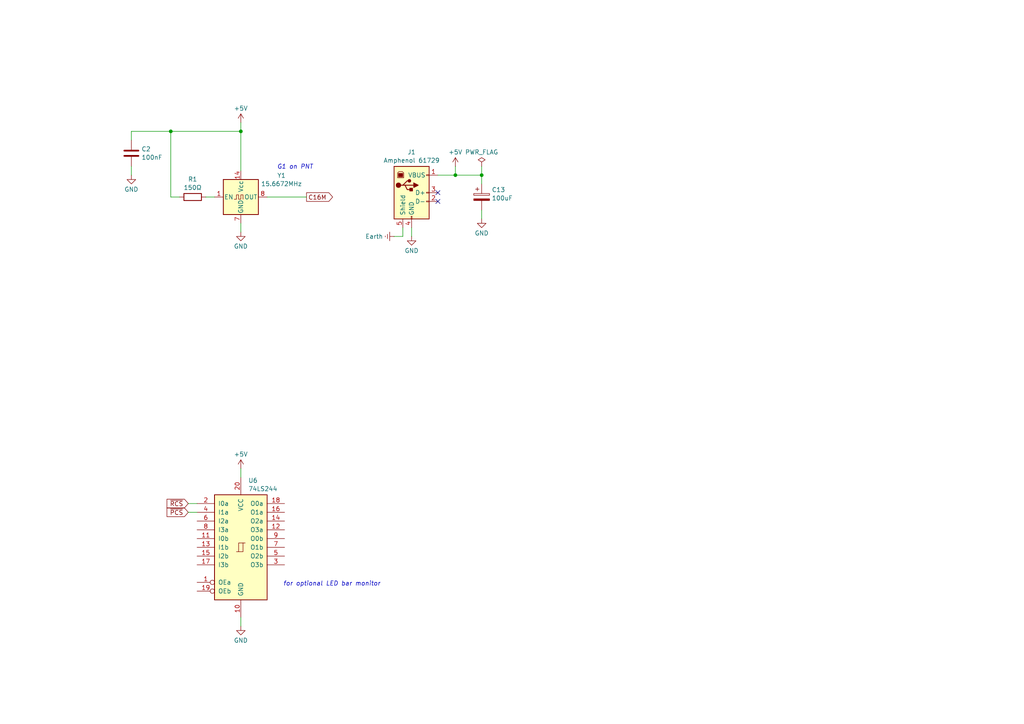
<source format=kicad_sch>
(kicad_sch (version 20250114) (generator "eeschema") (generator_version "9.0")
  (paper "A4")
  (title_block (title "PICDB") (date "2025-09-21") (rev "0.1") (company "Lostwave") (comment 1 "https://github.com/demik/oldworld"))
  (lib_symbols
    (symbol "74xx:74LS244" (pin_names (offset 1.016))
      (property "Reference" "U" (at -7.62 16.51 0))
      (property "Value" "74LS244" (at -7.62 -16.51 0))
      (symbol "74LS244_1_0"
        (polyline (pts (xy -1.27 -1.27) (xy 0.635 -1.27) (xy 0.635 1.27) (xy 1.27 1.27)))
        (polyline (pts (xy -0.635 -1.27) (xy -0.635 1.27) (xy 0.635 1.27)))
        (pin input line (at -12.7 12.7 0) (length 5.08) (name "I0a") (number "2"))
        (pin input line (at -12.7 10.16 0) (length 5.08) (name "I1a") (number "4"))
        (pin input line (at -12.7 7.62 0) (length 5.08) (name "I2a") (number "6"))
        (pin input line (at -12.7 5.08 0) (length 5.08) (name "I3a") (number "8"))
        (pin input line (at -12.7 2.54 0) (length 5.08) (name "I0b") (number "11"))
        (pin input line (at -12.7 0 0) (length 5.08) (name "I1b") (number "13"))
        (pin input line (at -12.7 -2.54 0) (length 5.08) (name "I2b") (number "15"))
        (pin input line (at -12.7 -5.08 0) (length 5.08) (name "I3b") (number "17"))
        (pin input inverted (at -12.7 -10.16 0) (length 5.08) (name "OEa") (number "1"))
        (pin input inverted (at -12.7 -12.7 0) (length 5.08) (name "OEb") (number "19"))
        (pin power_in line (at 0 20.32 270) (length 5.08) (name "VCC") (number "20"))
        (pin power_in line (at 0 -20.32 90) (length 5.08) (name "GND") (number "10"))
        (pin tri_state line (at 12.7 12.7 180) (length 5.08) (name "O0a") (number "18"))
        (pin tri_state line (at 12.7 10.16 180) (length 5.08) (name "O1a") (number "16"))
        (pin tri_state line (at 12.7 7.62 180) (length 5.08) (name "O2a") (number "14"))
        (pin tri_state line (at 12.7 5.08 180) (length 5.08) (name "O3a") (number "12"))
        (pin tri_state line (at 12.7 2.54 180) (length 5.08) (name "O0b") (number "9"))
        (pin tri_state line (at 12.7 0 180) (length 5.08) (name "O1b") (number "7"))
        (pin tri_state line (at 12.7 -2.54 180) (length 5.08) (name "O2b") (number "5"))
        (pin tri_state line (at 12.7 -5.08 180) (length 5.08) (name "O3b") (number "3"))
      )
      (symbol "74LS244_1_1"
        (rectangle (start -7.62 15.24) (end 7.62 -15.24) (stroke (width 0.254)) (fill (type background)))
      )
    )
    (symbol "Connector:USB_B" (pin_names (offset 1.016))
      (property "Reference" "J" (at -5.08 11.43 0))
      (property "Value" "USB_B" (at -5.08 8.89 0))
      (symbol "USB_B_0_1"
        (rectangle (start -5.08 -7.62) (end 5.08 7.62) (stroke (width 0.254)) (fill (type background)))
        (polyline (pts (xy -4.064 4.318) (xy -2.286 4.318) (xy -2.286 5.715) (xy -2.667 6.096) (xy -3.683 6.096) (xy -4.064 5.715) (xy -4.064 4.318)))
        (rectangle (start -3.81 5.588) (end -2.54 4.572) (fill (type outline)))
        (circle (center -3.81 2.159) (radius 0.635) (stroke (width 0.254)) (fill (type outline)))
        (polyline (pts (xy -3.175 2.159) (xy -2.54 2.159) (xy -1.27 3.429) (xy -0.635 3.429)) (stroke (width 0.254)))
        (polyline (pts (xy -2.54 2.159) (xy -1.905 2.159) (xy -1.27 0.889) (xy 0 0.889)) (stroke (width 0.254)))
        (polyline (pts (xy -1.905 2.159) (xy 0.635 2.159)) (stroke (width 0.254)))
        (circle (center -0.635 3.429) (radius 0.381) (stroke (width 0.254)) (fill (type outline)))
        (rectangle (start -0.127 -7.62) (end 0.127 -6.858))
        (rectangle (start 0.254 1.27) (end -0.508 0.508) (stroke (width 0.254)) (fill (type outline)))
        (polyline (pts (xy 0.635 2.794) (xy 0.635 1.524) (xy 1.905 2.159) (xy 0.635 2.794)) (stroke (width 0.254)) (fill (type outline)))
        (rectangle (start 5.08 4.953) (end 4.318 5.207))
        (rectangle (start 5.08 -0.127) (end 4.318 0.127))
        (rectangle (start 5.08 -2.667) (end 4.318 -2.413))
      )
      (symbol "USB_B_1_1"
        (pin passive line (at -2.54 -10.16 90) (length 2.54) (name "Shield") (number "5"))
        (pin power_out line (at 0 -10.16 90) (length 2.54) (name "GND") (number "4"))
        (pin power_out line (at 7.62 5.08 180) (length 2.54) (name "VBUS") (number "1"))
        (pin bidirectional line (at 7.62 0 180) (length 2.54) (name "D+") (number "3"))
        (pin bidirectional line (at 7.62 -2.54 180) (length 2.54) (name "D-") (number "2"))
      )
    )
    (symbol "Device:C" (pin_numbers (hide yes)) (pin_names (offset 0.254))
      (property "Reference" "C" (at 0.635 2.54 0))
      (property "Value" "C" (at 0.635 -2.54 0))
      (symbol "C_0_1"
        (polyline (pts (xy -2.032 0.762) (xy 2.032 0.762)) (stroke (width 0.508)))
        (polyline (pts (xy -2.032 -0.762) (xy 2.032 -0.762)) (stroke (width 0.508)))
      )
      (symbol "C_1_1"
        (pin passive line (at 0 3.81 270) (length 2.794) (name "~") (number "1"))
        (pin passive line (at 0 -3.81 90) (length 2.794) (name "~") (number "2"))
      )
    )
    (symbol "Device:C_Polarized" (pin_numbers (hide yes)) (pin_names (offset 0.254))
      (property "Reference" "C" (at 0.635 2.54 0))
      (property "Value" "C_Polarized" (at 0.635 -2.54 0))
      (symbol "C_Polarized_0_1"
        (rectangle (start -2.286 0.508) (end 2.286 1.016))
        (polyline (pts (xy -1.778 2.286) (xy -0.762 2.286)))
        (polyline (pts (xy -1.27 2.794) (xy -1.27 1.778)))
        (rectangle (start 2.286 -0.508) (end -2.286 -1.016) (fill (type outline)))
      )
      (symbol "C_Polarized_1_1"
        (pin passive line (at 0 3.81 270) (length 2.794) (name "~") (number "1"))
        (pin passive line (at 0 -3.81 90) (length 2.794) (name "~") (number "2"))
      )
    )
    (symbol "Device:R" (pin_numbers (hide yes)) (pin_names (offset 0))
      (property "Reference" "R" (at 2.032 0 90))
      (property "Value" "R" (at 0 0 90))
      (symbol "R_0_1"
        (rectangle (start -1.016 -2.54) (end 1.016 2.54) (stroke (width 0.254)))
      )
      (symbol "R_1_1"
        (pin passive line (at 0 3.81 270) (length 1.27) (name "~") (number "1"))
        (pin passive line (at 0 -3.81 90) (length 1.27) (name "~") (number "2"))
      )
    )
    (symbol "Oscillator:CXO_DIP14" (pin_names (offset 0.254))
      (property "Reference" "Y" (at -5.08 6.35 0))
      (property "Value" "CXO_DIP14" (at 1.27 -6.35 0))
      (symbol "CXO_DIP14_0_1"
        (rectangle (start -5.08 5.08) (end 5.08 -5.08) (stroke (width 0.254)) (fill (type background)))
        (polyline (pts (xy -1.905 -0.635) (xy -1.27 -0.635) (xy -1.27 0.635) (xy -0.635 0.635) (xy -0.635 -0.635) (xy 0 -0.635) (xy 0 0.635) (xy 0.635 0.635) (xy 0.635 -0.635)))
      )
      (symbol "CXO_DIP14_1_1"
        (pin input line (at -7.62 0 0) (length 2.54) (name "EN") (number "1"))
        (pin power_in line (at 0 7.62 270) (length 2.54) (name "Vcc") (number "14"))
        (pin power_in line (at 0 -7.62 90) (length 2.54) (name "GND") (number "7"))
        (pin output line (at 7.62 0 180) (length 2.54) (name "OUT") (number "8"))
      )
    )
    (symbol "power:+5V" (power) (pin_numbers (hide yes)) (pin_names (offset 0) (hide yes))
      (property "Value" "+5V" (at 0 3.556 0))
      (symbol "+5V_0_1"
        (polyline (pts (xy -0.762 1.27) (xy 0 2.54)))
        (polyline (pts (xy 0 2.54) (xy 0.762 1.27)))
        (polyline (pts (xy 0 0) (xy 0 2.54)))
      )
      (symbol "+5V_1_1"
        (pin power_in line (at 0 0 90) (length 0) (name "~") (number "1"))
      )
    )
    (symbol "power:Earth" (power) (pin_numbers (hide yes)) (pin_names (offset 0) (hide yes))
      (property "Value" "Earth" (at 0 -3.81 0))
      (symbol "Earth_0_1"
        (polyline (pts (xy -0.635 -1.905) (xy 0.635 -1.905)))
        (polyline (pts (xy -0.127 -2.54) (xy 0.127 -2.54)))
        (polyline (pts (xy 0 -1.27) (xy 0 0)))
        (polyline (pts (xy 1.27 -1.27) (xy -1.27 -1.27)))
      )
      (symbol "Earth_1_1"
        (pin power_in line (at 0 0 270) (length 0) (name "~") (number "1"))
      )
    )
    (symbol "power:GND" (power) (pin_numbers (hide yes)) (pin_names (offset 0) (hide yes))
      (property "Value" "GND" (at 0 -3.81 0))
      (symbol "GND_0_1"
        (polyline (pts (xy 0 0) (xy 0 -1.27) (xy 1.27 -1.27) (xy 0 -2.54) (xy -1.27 -1.27) (xy 0 -1.27)))
      )
      (symbol "GND_1_1"
        (pin power_in line (at 0 0 270) (length 0) (name "~") (number "1"))
      )
    )
    (symbol "power:PWR_FLAG" (power) (pin_numbers (hide yes)) (pin_names (offset 0) (hide yes))
      (property "Value" "PWR_FLAG" (at 0 3.81 0))
      (symbol "PWR_FLAG_0_0"
        (pin power_out line (at 0 0 90) (length 0) (name "~") (number "1"))
      )
      (symbol "PWR_FLAG_0_1"
        (polyline (pts (xy 0 0) (xy 0 1.27) (xy -1.016 1.905) (xy 0 2.54) (xy 1.016 1.905) (xy 0 1.27)))
      )
    )
  )
  (text "G1 on PNT" (at 85.598 48.514 0) (effects (font (size 1.27 1.27) (italic yes))))
  (text "for optional LED bar monitor" (at 96.266 169.418 0) (effects (font (size 1.27 1.27) (italic yes))))
  (junction (at 49.53 38.1))
  (junction (at 132.08 50.8))
  (junction (at 69.85 38.1))
  (junction (at 139.7 50.8))
  (no_connect (at 127 58.42))
  (no_connect (at 127 55.88))
  (wire (pts (xy 69.85 64.77) (xy 69.85 67.31)))
  (wire (pts (xy 69.85 135.89) (xy 69.85 138.43)))
  (wire (pts (xy 38.1 38.1) (xy 49.53 38.1)))
  (wire (pts (xy 69.85 35.56) (xy 69.85 38.1)))
  (wire (pts (xy 77.47 57.15) (xy 88.9 57.15)))
  (wire (pts (xy 38.1 40.64) (xy 38.1 38.1)))
  (wire (pts (xy 38.1 48.26) (xy 38.1 50.8)))
  (wire (pts (xy 132.08 48.26) (xy 132.08 50.8)))
  (wire (pts (xy 114.3 68.58) (xy 116.84 68.58)))
  (wire (pts (xy 132.08 50.8) (xy 139.7 50.8)))
  (wire (pts (xy 139.7 50.8) (xy 139.7 53.34)))
  (wire (pts (xy 52.07 57.15) (xy 49.53 57.15)))
  (wire (pts (xy 69.85 179.07) (xy 69.85 181.61)))
  (wire (pts (xy 116.84 68.58) (xy 116.84 66.04)))
  (wire (pts (xy 49.53 38.1) (xy 69.85 38.1)))
  (wire (pts (xy 54.61 146.05) (xy 57.15 146.05)))
  (wire (pts (xy 54.61 148.59) (xy 57.15 148.59)))
  (wire (pts (xy 49.53 57.15) (xy 49.53 38.1)))
  (wire (pts (xy 139.7 60.96) (xy 139.7 63.5)))
  (wire (pts (xy 119.38 66.04) (xy 119.38 68.58)))
  (wire (pts (xy 127 50.8) (xy 132.08 50.8)))
  (wire (pts (xy 139.7 48.26) (xy 139.7 50.8)))
  (wire (pts (xy 59.69 57.15) (xy 62.23 57.15)))
  (wire (pts (xy 69.85 38.1) (xy 69.85 49.53)))
  (global_label "C16M" (shape output) (at 88.9 57.15 0) (property "Intersheetrefs" "${INTERSHEET_REFS}" (effects (hide yes))))
  (global_label "~{PCS}" (shape input) (at 54.61 148.59 180) (property "Intersheetrefs" "${INTERSHEET_REFS}" (effects (hide yes))))
  (global_label "~{RCS}" (shape input) (at 54.61 146.05 180) (property "Intersheetrefs" "${INTERSHEET_REFS}" (effects (hide yes))))
  (symbol (lib_id "Device:C_Polarized") (at 139.7 57.15 0) (unit 1)
    (property "Reference" "C13" (at 142.621 55.0488 0) (effects (justify left)))
    (property "Value" "100uF" (at 142.621 57.4731 0) (effects (justify left)))
    (property "Description" "Polarized capacitor" (effects (hide yes)))
  )
  (symbol (lib_id "power:+5V") (at 69.85 135.89 0) (unit 1)
    (property "Reference" "#PWR040" (effects (hide yes)))
    (property "Value" "+5V" (at 69.85 131.7569 0))
    (property "Description" "Power symbol creates a global label with name \"+5V\"" (effects (hide yes)))
  )
  (symbol (lib_id "power:PWR_FLAG") (at 139.7 48.26 0) (unit 1)
    (property "Reference" "#FLG01" (effects (hide yes)))
    (property "Value" "PWR_FLAG" (at 139.7 44.1269 0))
    (property "Description" "Special symbol for telling ERC where power comes from" (effects (hide yes)))
  )
  (symbol (lib_id "Device:R") (at 55.88 57.15 90) (unit 1)
    (property "Reference" "R1" (at 55.88 51.9895 90))
    (property "Value" "150Ω" (at 55.88 54.4138 90))
    (property "Description" "Resistor" (effects (hide yes)))
  )
  (symbol (lib_id "power:+5V") (at 132.08 48.26 0) (unit 1)
    (property "Reference" "#PWR020" (effects (hide yes)))
    (property "Value" "+5V" (at 132.08 44.1269 0))
    (property "Description" "Power symbol creates a global label with name \"+5V\"" (effects (hide yes)))
  )
  (symbol (lib_id "Connector:USB_B") (at 119.38 55.88 0) (unit 1)
    (property "Reference" "J1" (at 119.38 44.1155 0))
    (property "Value" "Amphenol 61729" (at 119.38 46.5398 0))
    (property "Description" "USB Type B connector" (effects (hide yes)))
  )
  (symbol (lib_id "power:GND") (at 139.7 63.5 0) (unit 1)
    (property "Reference" "#PWR019" (effects (hide yes)))
    (property "Value" "GND" (at 139.7 67.6331 0))
    (property "Description" "Power symbol creates a global label with name \"GND\" , ground" (effects (hide yes)))
  )
  (symbol (lib_id "Device:C") (at 38.1 44.45 0) (unit 1)
    (property "Reference" "C2" (at 41.021 43.2378 0) (effects (justify left)))
    (property "Value" "100nF" (at 41.021 45.6621 0) (effects (justify left)))
    (property "Description" "Unpolarized capacitor" (effects (hide yes)))
  )
  (symbol (lib_id "Oscillator:CXO_DIP14") (at 69.85 57.15 0) (unit 1)
    (property "Reference" "Y1" (at 81.6391 50.9034 0))
    (property "Value" "15.6672MHz" (at 81.6391 53.3277 0))
    (property "Footprint" "Oscillator:Oscillator_DIP-14" (effects (hide yes)))
    (property "Datasheet" "http://cdn-reichelt.de/documents/datenblatt/B400/OSZI.pdf" (effects (hide yes)))
    (property "Description" "Crystal Clock Oscillator, DIP14-style metal package" (effects (hide yes)))
  )
  (symbol (lib_id "power:Earth") (at 114.3 68.58 270) (unit 1)
    (property "Reference" "#PWR018" (effects (hide yes)))
    (property "Value" "Earth" (at 111.1251 68.58 90) (effects (justify right)))
    (property "Description" "Power symbol creates a global label with name \"Earth\"" (effects (hide yes)))
  )
  (symbol (lib_id "power:GND") (at 38.1 50.8 0) (unit 1)
    (property "Reference" "#PWR016" (effects (hide yes)))
    (property "Value" "GND" (at 38.1 54.9331 0))
    (property "Description" "Power symbol creates a global label with name \"GND\" , ground" (effects (hide yes)))
  )
  (symbol (lib_id "power:GND") (at 119.38 68.58 0) (unit 1)
    (property "Reference" "#PWR017" (effects (hide yes)))
    (property "Value" "GND" (at 119.38 72.7131 0))
    (property "Description" "Power symbol creates a global label with name \"GND\" , ground" (effects (hide yes)))
  )
  (symbol (lib_id "power:+5V") (at 69.85 35.56 0) (unit 1)
    (property "Reference" "#PWR014" (effects (hide yes)))
    (property "Value" "+5V" (at 69.85 31.4269 0))
    (property "Description" "Power symbol creates a global label with name \"+5V\"" (effects (hide yes)))
  )
  (symbol (lib_id "74xx:74LS244") (at 69.85 158.75 0) (unit 1)
    (property "Reference" "U6" (at 71.9933 139.3655 0) (effects (justify left)))
    (property "Value" "74LS244" (at 71.9933 141.7898 0) (effects (justify left)))
    (property "Footprint" "Package_DIP:DIP-20_W7.62mm" (effects (hide yes)))
    (property "Datasheet" "http://www.ti.com/lit/ds/symlink/sn74ls244.pdf" (effects (hide yes)))
    (property "Description" "Octal Buffer and Line Driver With 3-State Output, active-low enables, non-inverting outputs" (effects (hide yes)))
  )
  (symbol (lib_id "power:GND") (at 69.85 181.61 0) (unit 1)
    (property "Reference" "#PWR021" (effects (hide yes)))
    (property "Value" "GND" (at 69.85 185.7431 0))
    (property "Description" "Power symbol creates a global label with name \"GND\" , ground" (effects (hide yes)))
  )
  (symbol (lib_id "power:GND") (at 69.85 67.31 0) (unit 1)
    (property "Reference" "#PWR015" (effects (hide yes)))
    (property "Value" "GND" (at 69.85 71.4431 0))
    (property "Description" "Power symbol creates a global label with name \"GND\" , ground" (effects (hide yes)))
  )
)
</source>
